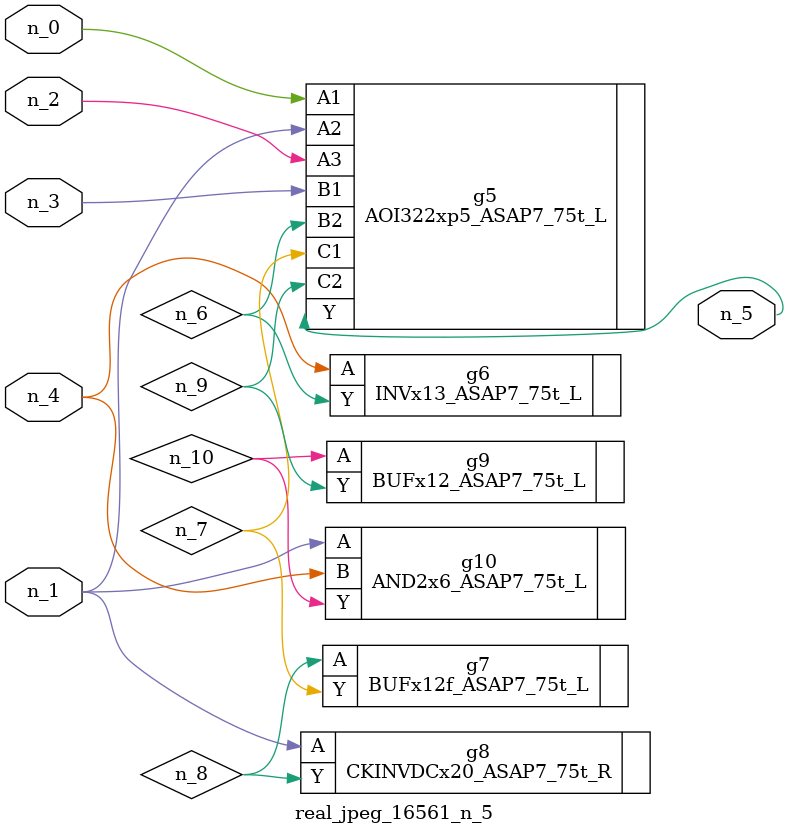
<source format=v>
module real_jpeg_16561_n_5 (n_4, n_0, n_1, n_2, n_3, n_5);

input n_4;
input n_0;
input n_1;
input n_2;
input n_3;

output n_5;

wire n_8;
wire n_6;
wire n_7;
wire n_10;
wire n_9;

AOI322xp5_ASAP7_75t_L g5 ( 
.A1(n_0),
.A2(n_1),
.A3(n_2),
.B1(n_3),
.B2(n_6),
.C1(n_7),
.C2(n_9),
.Y(n_5)
);

CKINVDCx20_ASAP7_75t_R g8 ( 
.A(n_1),
.Y(n_8)
);

AND2x6_ASAP7_75t_L g10 ( 
.A(n_1),
.B(n_4),
.Y(n_10)
);

INVx13_ASAP7_75t_L g6 ( 
.A(n_4),
.Y(n_6)
);

BUFx12f_ASAP7_75t_L g7 ( 
.A(n_8),
.Y(n_7)
);

BUFx12_ASAP7_75t_L g9 ( 
.A(n_10),
.Y(n_9)
);


endmodule
</source>
